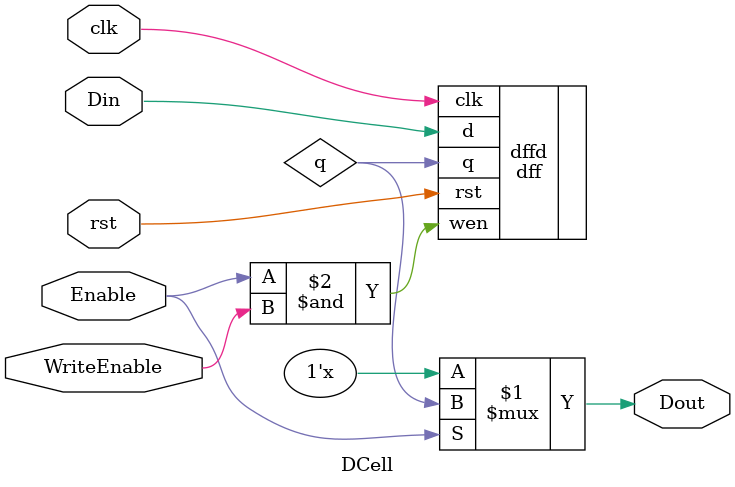
<source format=v>
/**
 *	Module is a data array that consists of 64 cache blocks. Each block has
 *	8 words. The inputs to enable blocks and words are one-hot, meaning only
 *	one enabled at a time. Also, write enable is one on writes and zero on
 *	reads.
 */
module DataArray(
	input clk,
	input rst, 
	input [15:0] DataIn,
	input Write,
	input [63:0] BlockEnable, 
	input [7:0] WordEnable,
	output [15:0] DataOut
);
	// Store 64 data cache blocks, each consisting of 64 bytes 
	Block blk[63:0](.clk(clk), .rst(rst), .Din(DataIn), .WriteEnable(Write), .Enable(BlockEnable), .WordEnable(WordEnable), .Dout(DataOut));

endmodule

/**
 *	Module stores one data cache block that consists of 8 words (64 bytes).
 */
module Block(
	input clk,
	input rst,
	input [15:0] Din,
	input WriteEnable,
	input Enable,
	input [7:0] WordEnable,
	output [15:0] Dout
);
	// Mask to get enabled word in enabled cache block
	wire [7:0] WordEnable_real;

	// Only for the enabled cache block, you enable the specific word
	assign WordEnable_real = {8{Enable}} & WordEnable;

	// Store 8 data words
	DWord dw[7:0](.clk(clk), .rst(rst), .Din(Din), .WriteEnable(WriteEnable), .Enable(WordEnable_real), .Dout(Dout));

endmodule

/**
 *	Module stores a full data word (16 bits / 2 bytes).
 */
module DWord(
	input clk,
	input rst,
	input [15:0] Din,
	input WriteEnable,
	input Enable,
	output [15:0] Dout
);
	// Store a data word in DFF
	DCell dc[15:0](.clk(clk), .rst(rst), .Din(Din[15:0]), .WriteEnable(WriteEnable), .Enable(Enable), .Dout(Dout[15:0]));

endmodule

/**
 *	Module stores one data bit and controls reads and writes. When data cell
 *	is being written, the output is high-z. Otherwise, the stored data bit is
 *	driven out.
 */
module DCell(
	input clk,
	input rst,
	input Din,
	input WriteEnable,
	input Enable,
	output Dout
);
	// Hold data bit flop output
	wire q;

	// When enabled, q goes to output, otherwise high-z
	assign Dout = Enable ? q : 1'bz;

	// Store data bit in DFF
	dff dffd(.q(q), .d(Din), .wen(Enable & WriteEnable), .clk(clk), .rst(rst));

endmodule


</source>
